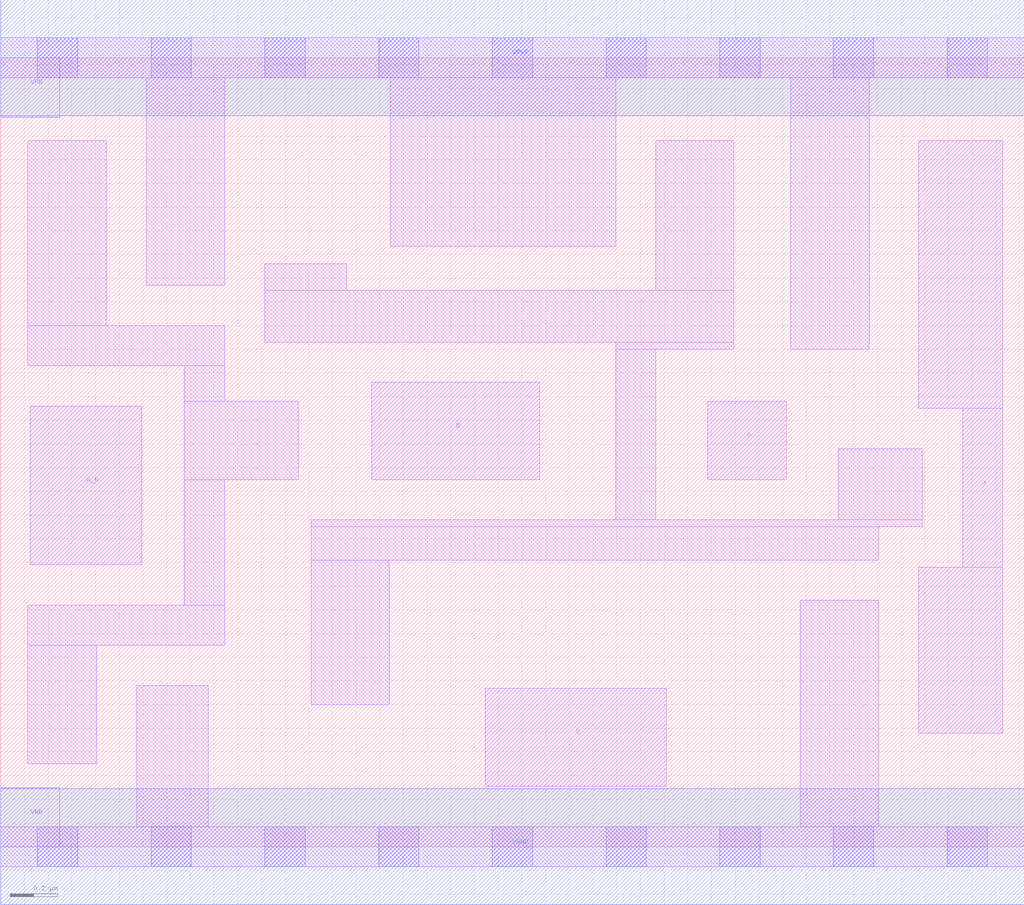
<source format=lef>
# Copyright 2020 The SkyWater PDK Authors
#
# Licensed under the Apache License, Version 2.0 (the "License");
# you may not use this file except in compliance with the License.
# You may obtain a copy of the License at
#
#     https://www.apache.org/licenses/LICENSE-2.0
#
# Unless required by applicable law or agreed to in writing, software
# distributed under the License is distributed on an "AS IS" BASIS,
# WITHOUT WARRANTIES OR CONDITIONS OF ANY KIND, either express or implied.
# See the License for the specific language governing permissions and
# limitations under the License.
#
# SPDX-License-Identifier: Apache-2.0

VERSION 5.5 ;
NAMESCASESENSITIVE ON ;
BUSBITCHARS "[]" ;
DIVIDERCHAR "/" ;
MACRO sky130_fd_sc_ms__and4b_1
  CLASS CORE ;
  SOURCE USER ;
  ORIGIN  0.000000  0.000000 ;
  SIZE  4.320000 BY  3.330000 ;
  SYMMETRY X Y ;
  SITE unit ;
  PIN A_N
    ANTENNAGATEAREA  0.208000 ;
    DIRECTION INPUT ;
    USE SIGNAL ;
    PORT
      LAYER li1 ;
        RECT 0.125000 1.190000 0.595000 1.860000 ;
    END
  END A_N
  PIN B
    ANTENNAGATEAREA  0.222000 ;
    DIRECTION INPUT ;
    USE SIGNAL ;
    PORT
      LAYER li1 ;
        RECT 1.565000 1.550000 2.275000 1.960000 ;
    END
  END B
  PIN C
    ANTENNAGATEAREA  0.222000 ;
    DIRECTION INPUT ;
    USE SIGNAL ;
    PORT
      LAYER li1 ;
        RECT 2.045000 0.255000 2.810000 0.670000 ;
    END
  END C
  PIN D
    ANTENNAGATEAREA  0.222000 ;
    DIRECTION INPUT ;
    USE SIGNAL ;
    PORT
      LAYER li1 ;
        RECT 2.985000 1.550000 3.315000 1.880000 ;
    END
  END D
  PIN X
    ANTENNADIFFAREA  0.541300 ;
    DIRECTION OUTPUT ;
    USE SIGNAL ;
    PORT
      LAYER li1 ;
        RECT 3.875000 0.480000 4.230000 1.180000 ;
        RECT 3.875000 1.850000 4.230000 2.980000 ;
        RECT 4.060000 1.180000 4.230000 1.850000 ;
    END
  END X
  PIN VGND
    DIRECTION INOUT ;
    USE GROUND ;
    PORT
      LAYER met1 ;
        RECT 0.000000 -0.245000 4.320000 0.245000 ;
    END
  END VGND
  PIN VNB
    DIRECTION INOUT ;
    USE GROUND ;
    PORT
    END
  END VNB
  PIN VPB
    DIRECTION INOUT ;
    USE POWER ;
    PORT
    END
  END VPB
  PIN VNB
    DIRECTION INOUT ;
    USE GROUND ;
    PORT
      LAYER met1 ;
        RECT 0.000000 0.000000 0.250000 0.250000 ;
    END
  END VNB
  PIN VPB
    DIRECTION INOUT ;
    USE POWER ;
    PORT
      LAYER met1 ;
        RECT 0.000000 3.080000 0.250000 3.330000 ;
    END
  END VPB
  PIN VPWR
    DIRECTION INOUT ;
    USE POWER ;
    PORT
      LAYER met1 ;
        RECT 0.000000 3.085000 4.320000 3.575000 ;
    END
  END VPWR
  OBS
    LAYER li1 ;
      RECT 0.000000 -0.085000 4.320000 0.085000 ;
      RECT 0.000000  3.245000 4.320000 3.415000 ;
      RECT 0.115000  0.350000 0.405000 0.850000 ;
      RECT 0.115000  0.850000 0.945000 1.020000 ;
      RECT 0.115000  2.030000 0.945000 2.200000 ;
      RECT 0.115000  2.200000 0.445000 2.980000 ;
      RECT 0.575000  0.085000 0.875000 0.680000 ;
      RECT 0.615000  2.370000 0.945000 3.245000 ;
      RECT 0.775000  1.020000 0.945000 1.550000 ;
      RECT 0.775000  1.550000 1.255000 1.880000 ;
      RECT 0.775000  1.880000 0.945000 2.030000 ;
      RECT 1.115000  2.130000 3.095000 2.350000 ;
      RECT 1.115000  2.350000 1.460000 2.460000 ;
      RECT 1.310000  0.600000 1.640000 1.210000 ;
      RECT 1.310000  1.210000 3.705000 1.350000 ;
      RECT 1.310000  1.350000 3.890000 1.380000 ;
      RECT 1.645000  2.535000 2.595000 3.245000 ;
      RECT 2.595000  1.380000 2.765000 2.100000 ;
      RECT 2.595000  2.100000 3.095000 2.130000 ;
      RECT 2.765000  2.350000 3.095000 2.980000 ;
      RECT 3.335000  2.100000 3.665000 3.245000 ;
      RECT 3.375000  0.085000 3.705000 1.040000 ;
      RECT 3.535000  1.380000 3.890000 1.680000 ;
    LAYER mcon ;
      RECT 0.155000 -0.085000 0.325000 0.085000 ;
      RECT 0.155000  3.245000 0.325000 3.415000 ;
      RECT 0.635000 -0.085000 0.805000 0.085000 ;
      RECT 0.635000  3.245000 0.805000 3.415000 ;
      RECT 1.115000 -0.085000 1.285000 0.085000 ;
      RECT 1.115000  3.245000 1.285000 3.415000 ;
      RECT 1.595000 -0.085000 1.765000 0.085000 ;
      RECT 1.595000  3.245000 1.765000 3.415000 ;
      RECT 2.075000 -0.085000 2.245000 0.085000 ;
      RECT 2.075000  3.245000 2.245000 3.415000 ;
      RECT 2.555000 -0.085000 2.725000 0.085000 ;
      RECT 2.555000  3.245000 2.725000 3.415000 ;
      RECT 3.035000 -0.085000 3.205000 0.085000 ;
      RECT 3.035000  3.245000 3.205000 3.415000 ;
      RECT 3.515000 -0.085000 3.685000 0.085000 ;
      RECT 3.515000  3.245000 3.685000 3.415000 ;
      RECT 3.995000 -0.085000 4.165000 0.085000 ;
      RECT 3.995000  3.245000 4.165000 3.415000 ;
  END
END sky130_fd_sc_ms__and4b_1
END LIBRARY

</source>
